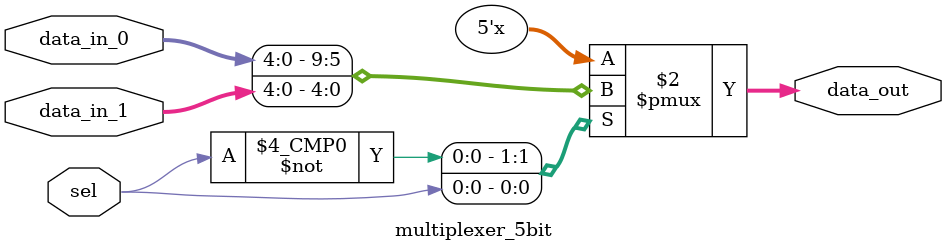
<source format=v>
module multiplexer_5bit (
    input [4:0] data_in_0, data_in_1,
    input sel,
    output reg [4:0] data_out
);

    always @(*) begin
        case (sel)
            1'b0: data_out = data_in_0;
            1'b1: data_out = data_in_1;
            default: data_out = 5'b11111;
        endcase
    end

endmodule

</source>
